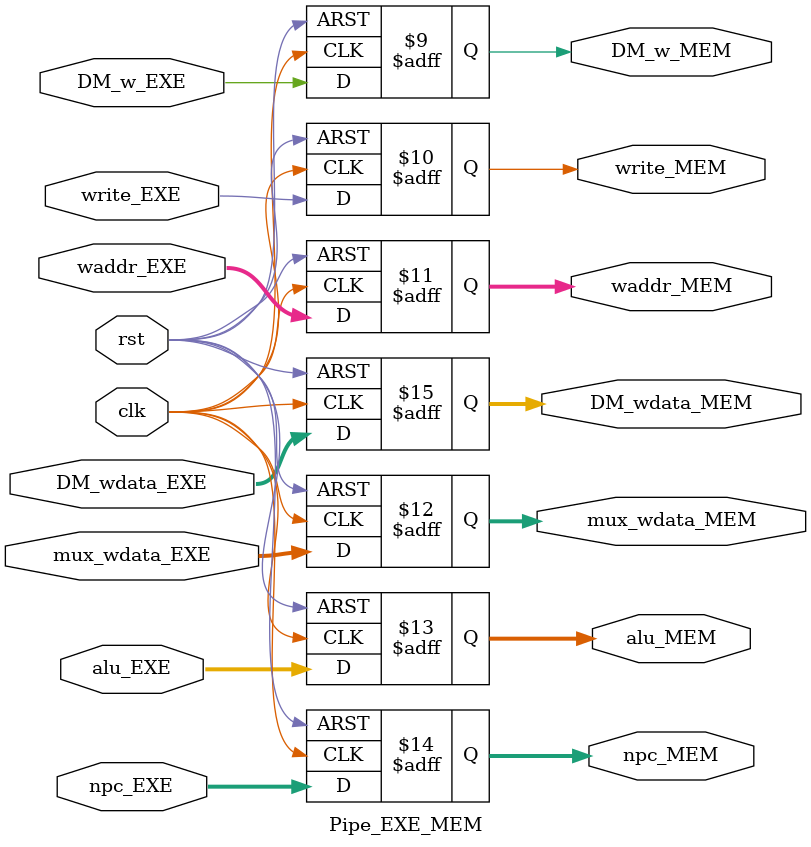
<source format=v>
`timescale 1ns / 1ps

module Pipe_EXE_MEM(
    input clk,
    input rst,

    input DM_w_EXE,
    input write_EXE,
    input [4:0] waddr_EXE,
    input [1:0] mux_wdata_EXE,
    input [31:0] alu_EXE,
    input [31:0] npc_EXE,
    input [31:0] DM_wdata_EXE,

    output reg DM_w_MEM = 1'b0,
    output reg write_MEM = 1'b0,
    output reg [4:0] waddr_MEM = 5'b0,
    output reg [1:0] mux_wdata_MEM = 2'b0,
    output reg [31:0] alu_MEM = 32'b0,
    output reg [31:0] npc_MEM = 32'b0,
    output reg [31:0] DM_wdata_MEM = 32'b0
    );

    always @(posedge rst or posedge clk) begin
        if(rst) begin
            write_MEM <= 1'b0;
            alu_MEM <= 32'b0;
            waddr_MEM <= 5'b0;
            mux_wdata_MEM <= 1'b0;
            DM_wdata_MEM <= 32'b0;
            DM_w_MEM <= 1'b0;
            npc_MEM <= 32'b0;
        end 
        else begin
            write_MEM <= write_EXE;
            alu_MEM <= alu_EXE;
            waddr_MEM <= waddr_EXE;
            mux_wdata_MEM <= mux_wdata_EXE;
            DM_wdata_MEM <= DM_wdata_EXE;
            DM_w_MEM <= DM_w_EXE;
            npc_MEM <= npc_EXE;
        end
    end
endmodule
</source>
